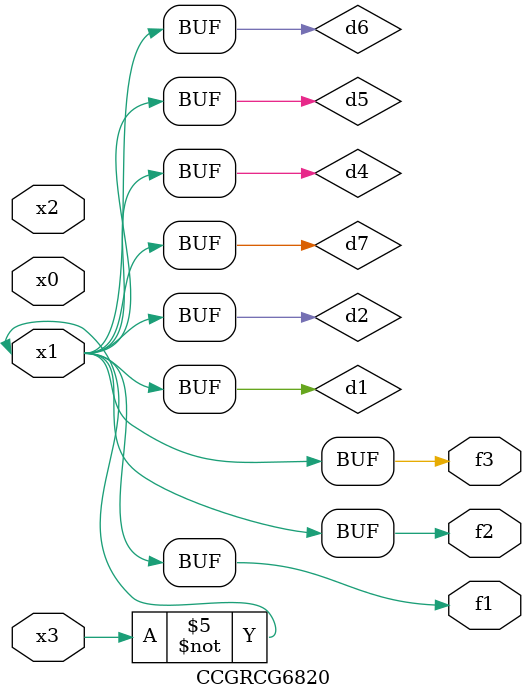
<source format=v>
module CCGRCG6820(
	input x0, x1, x2, x3,
	output f1, f2, f3
);

	wire d1, d2, d3, d4, d5, d6, d7;

	not (d1, x3);
	buf (d2, x1);
	xnor (d3, d1, d2);
	nor (d4, d1);
	buf (d5, d1, d2);
	buf (d6, d4, d5);
	nand (d7, d4);
	assign f1 = d6;
	assign f2 = d7;
	assign f3 = d6;
endmodule

</source>
